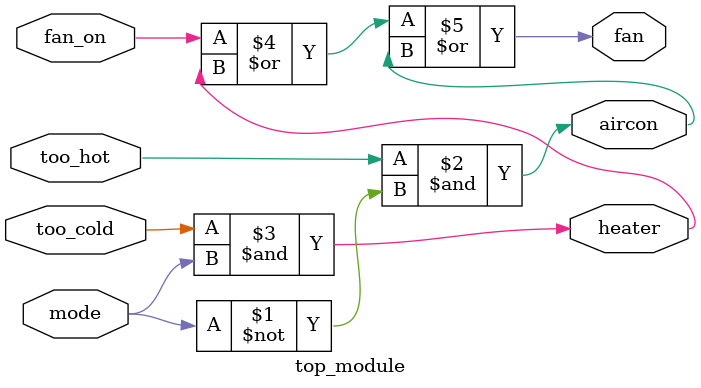
<source format=v>
module top_module (
    input too_cold,
    input too_hot,
    input mode,
    input fan_on,
    output heater,
    output aircon,
    output fan
); 
    assign aircon = too_hot & ~mode;
    assign heater = too_cold & mode;
    assign fan = fan_on | heater | aircon;
    
endmodule
</source>
